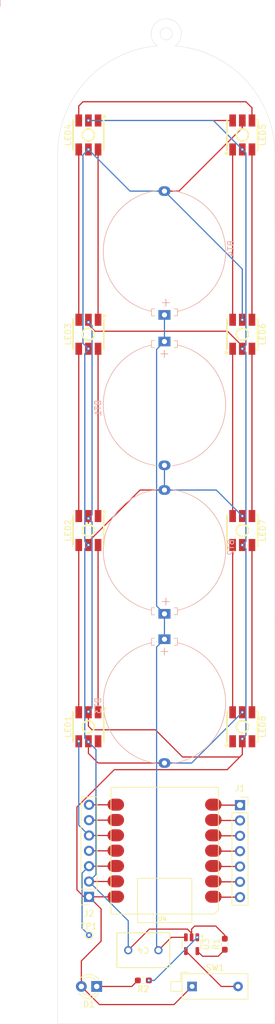
<source format=kicad_pcb>
(kicad_pcb (version 20240108) (generator "pcbnew") (generator_version "8.0")
  (layers (0 "F.Cu" signal) (31 "B.Cu" signal) (34 "B.Paste" user) (35 "F.Paste" user) (36 "B.SilkS" user "B.Silkscreen") (37 "F.SilkS" user "F.Silkscreen") (38 "B.Mask" user) (39 "F.Mask" user) (44 "Edge.Cuts" user))
  (net 0 "")
  (net 1 "GND")
  (net 2 "+BATT")
  (net 3 "VBUS")
  (net 4 "Net-(D1-K)")
  (net 5 "Net-(J1-Pin_2)")
  (net 6 "Net-(J1-Pin_1)")
  (net 7 "Net-(J1-Pin_5)")
  (net 8 "Net-(J1-Pin_6)")
  (net 9 "Net-(J1-Pin_4)")
  (net 10 "Net-(J1-Pin_7)")
  (net 11 "Net-(J1-Pin_3)")
  (net 12 "Net-(J2-Pin_4)")
  (net 13 "Net-(J2-Pin_6)")
  (net 14 "LED")
  (net 15 "Net-(J2-Pin_7)")
  (net 16 "+3.3V")
  (net 17 "Net-(U3-PROG)")
  (net 18 "Net-(U3-STAT)")
  (net 19 "Net-(U3-V_{DD})")
  (net 21 "Net-(LED1-DO)")
  (net 22 "Net-(LED1-BO)")
  (net 23 "Net-(LED2-DO)")
  (net 24 "Net-(LED2-BO)")
  (net 25 "Net-(LED3-BO)")
  (net 26 "Net-(LED3-DO)")
  (net 27 "Net-(LED4-BO)")
  (net 28 "Net-(LED4-DO)")
  (net 29 "Net-(LED5-DO)")
  (net 30 "Net-(LED5-BO)")
  (net 31 "Net-(LED6-BO)")
  (net 32 "Net-(LED6-DO)")
  (net 33 "Net-(LED7-BO)")
  (net 34 "Net-(LED7-DO)")
  (footprint "Resistor_SMD:R_0603_1608Metric_Pad0.98x0.95mm_HandSolder" (layer "F.Cu") (at 125.2 187.3 180)
    (property "Reference" "R2" (at 0 -1.43 0) (layer "F.SilkS"))
    (property "Value" "1k")
    (fp_line (start -0.254724 0.5225) (end 0.254724 0.5225) (stroke (width 0.12)) (layer "F.SilkS"))
    (fp_line (start -0.254724 -0.5225) (end 0.254724 -0.5225) (stroke (width 0.12)) (layer "F.SilkS"))
    (pad "1" smd roundrect (at -0.9125 0 180) (size 0.975 0.95) (layers "F.Cu" "F.Paste" "F.Mask") (net 18 "Net-(U3-STAT)"))
    (pad "2" smd roundrect (at 0.9125 0 180) (size 0.975 0.95) (layers "F.Cu" "F.Paste" "F.Mask") (net 4 "Net-(D1-K)"))
  )
  (footprint "LED_THT:LED_D3.0mm_Clear" (layer "F.Cu") (at 117.47 188.3 180)
    (property "Reference" "D1" (at 1.27 -2.96 0) (layer "F.SilkS"))
    (property "Value" "LED")
    (fp_line (start -0.29 1.08) (end -0.29 1.236) (stroke (width 0.12)) (layer "F.SilkS"))
    (fp_line (start -0.29 -1.236) (end -0.29 -1.08) (stroke (width 0.12)) (layer "F.SilkS"))
    (fp_arc (start 2.941397 1.080061) (mid 1.365624 1.987701) (end -0.29 1.235516) (stroke (width 0.12)) (layer "F.SilkS"))
    (fp_arc (start 2.31091 1.080049) (mid 1.269965 1.5) (end 0.229039 1.08) (stroke (width 0.12)) (layer "F.SilkS"))
    (fp_arc (start 0.229039 -1.08) (mid 1.269965 -1.5) (end 2.31091 -1.080049) (stroke (width 0.12)) (layer "F.SilkS"))
    (fp_arc (start -0.29 -1.235516) (mid 1.365624 -1.987701) (end 2.941397 -1.080061) (stroke (width 0.12)) (layer "F.SilkS"))
    (pad "1" thru_hole rect (at 0 0 180) (size 1.8 1.8) (drill 0.9) (layers "*.Cu" "*.Mask") (net 4 "Net-(D1-K)"))
    (pad "2" thru_hole circle (at 2.54 0 180) (size 1.8 1.8) (drill 0.9) (layers "*.Cu" "*.Mask") (net 3 "VBUS"))
  )
  (footprint "yoda:LED-SMD_6P-L5.4-W5.0-BR_WS2813C-V3" (layer "F.Cu") (at 141.6 112.8 -90)
    (property "Reference" "LED7" (at 0 -3.367 90) (layer "F.SilkS"))
    (property "Value" "WS2813C-V3")
    (fp_line (start -2.54 2.54) (end 2.54 2.54) (stroke (width 0.254)) (layer "F.SilkS"))
    (fp_line (start 2.54 2.54) (end 2.54 2.413) (stroke (width 0.254)) (layer "F.SilkS"))
    (fp_line (start -2.54 2.3815) (end -2.54 2.54) (stroke (width 0.254)) (layer "F.SilkS"))
    (fp_line (start -2.54 -2.381) (end -2.54 -2.54) (stroke (width 0.254)) (layer "F.SilkS"))
    (fp_line (start -2.54 -2.54) (end 2.54 -2.54) (stroke (width 0.254)) (layer "F.SilkS"))
    (fp_line (start 2.54 -2.54) (end 2.54 -2.381) (stroke (width 0.254)) (layer "F.SilkS"))
    (fp_circle (center 3.048 2.667) (end 3.19 2.667) (stroke (width 0.284)) (fill none) (layer "F.SilkS"))
    (fp_circle (center 0 0) (end 1 0) (stroke (width 0.254)) (fill none) (layer "F.SilkS"))
    (pad "1" smd rect (at 2.4 1.6) (size 1.1 2) (layers "F.Cu" "F.Paste" "F.Mask") (net 33 "Net-(LED7-BO)"))
    (pad "2" smd rect (at 2.4 0) (size 1.1 2) (layers "F.Cu" "F.Paste" "F.Mask") (net 3 "VBUS"))
    (pad "3" smd rect (at 2.4 -1.6) (size 1.1 2) (layers "F.Cu" "F.Paste" "F.Mask") (net 34 "Net-(LED7-DO)"))
    (pad "4" smd rect (at -2.4 -1.6) (size 1.1 2) (layers "F.Cu" "F.Paste" "F.Mask") (net 32 "Net-(LED6-DO)"))
    (pad "5" smd rect (at -2.4 0) (size 1.1 2) (layers "F.Cu" "F.Paste" "F.Mask") (net 1 "GND"))
    (pad "6" smd rect (at -2.4 1.6) (size 1.1 2) (layers "F.Cu" "F.Paste" "F.Mask") (net 31 "Net-(LED6-BO)"))
  )
  (footprint "xiao:MOUDLE14P-SMD-2.54-21X17.8MM" (layer "F.Cu") (at 137.6355 155.313129 180)
    (property "Reference" "U4" (at 9.3345 -21.7805 0) (layer "F.SilkS") (effects (font (size 0.7 0.7))))
    (property "Value" "MOUDLE-SEEEDUINO-XIAO-ESP32C3")
    (fp_line (start 17.8 0) (end 17.8 -21) (stroke (width 0.127)) (layer "F.SilkS"))
    (fp_line (start 17.8 -21) (end 0.671541 -21) (stroke (width 0.127)) (layer "F.SilkS"))
    (fp_line (start 13.395 -15.072) (end 4.396 -15.072) (stroke (width 0.127)) (layer "F.SilkS"))
    (fp_line (start 13.395 -22.424) (end 13.395 -15.072) (stroke (width 0.127)) (layer "F.SilkS"))
    (fp_line (start 4.4 -22.424) (end 13.395 -22.424) (stroke (width 0.127)) (layer "F.SilkS"))
    (fp_line (start 4.396 -15.072) (end 4.396 -22.425) (stroke (width 0.127)) (layer "F.SilkS"))
    (fp_line (start 0.671541 -21) (end 0 -20.3285) (stroke (width 0.127)) (layer "F.SilkS"))
    (fp_line (start 0 0) (end 17.8 0) (stroke (width 0.127)) (layer "F.SilkS"))
    (fp_line (start 0 -20.3285) (end 0 0) (stroke (width 0.127)) (layer "F.SilkS"))
    (pad "1" smd roundrect (at 0.835 -18.12 180) (size 2.75 2) (layers "F.Cu" "F.Paste" "F.Mask") (roundrect_rratio 0.5) (net 10 "Net-(J1-Pin_7)"))
    (pad "2" smd roundrect (at 0.835 -15.58 180) (size 2.75 2) (layers "F.Cu" "F.Paste" "F.Mask") (roundrect_rratio 0.5) (net 8 "Net-(J1-Pin_6)"))
    (pad "3" smd roundrect (at 0.835 -13.04 180) (size 2.75 2) (layers "F.Cu" "F.Paste" "F.Mask") (roundrect_rratio 0.5) (net 7 "Net-(J1-Pin_5)"))
    (pad "4" smd roundrect (at 0.835 -10.5 180) (size 2.75 2) (layers "F.Cu" "F.Paste" "F.Mask") (roundrect_rratio 0.5) (net 9 "Net-(J1-Pin_4)"))
    (pad "5" smd roundrect (at 0.835 -7.96 180) (size 2.75 2) (layers "F.Cu" "F.Paste" "F.Mask") (roundrect_rratio 0.5) (net 11 "Net-(J1-Pin_3)"))
    (pad "6" smd roundrect (at 0.835 -5.42 180) (size 2.75 2) (layers "F.Cu" "F.Paste" "F.Mask") (roundrect_rratio 0.5) (net 5 "Net-(J1-Pin_2)"))
    (pad "7" smd roundrect (at 0.835 -2.88 180) (size 2.75 2) (layers "F.Cu" "F.Paste" "F.Mask") (roundrect_rratio 0.5) (net 6 "Net-(J1-Pin_1)"))
    (pad "8" smd roundrect (at 17 -2.88 180) (size 2.75 2) (layers "F.Cu" "F.Paste" "F.Mask") (roundrect_rratio 0.5) (net 15 "Net-(J2-Pin_7)"))
    (pad "9" smd roundrect (at 17 -5.42 180) (size 2.75 2) (layers "F.Cu" "F.Paste" "F.Mask") (roundrect_rratio 0.5) (net 13 "Net-(J2-Pin_6)"))
    (pad "10" smd roundrect (at 17 -7.96 180) (size 2.75 2) (layers "F.Cu" "F.Paste" "F.Mask") (roundrect_rratio 0.5) (net 14 "LED"))
    (pad "11" smd roundrect (at 17 -10.5 180) (size 2.75 2) (layers "F.Cu" "F.Paste" "F.Mask") (roundrect_rratio 0.5) (net 12 "Net-(J2-Pin_4)"))
    (pad "12" smd roundrect (at 17 -13.04 180) (size 2.75 2) (layers "F.Cu" "F.Paste" "F.Mask") (roundrect_rratio 0.5) (net 16 "+3.3V"))
    (pad "13" smd roundrect (at 17 -15.58 180) (size 2.75 2) (layers "F.Cu" "F.Paste" "F.Mask") (roundrect_rratio 0.5) (net 1 "GND"))
    (pad "14" smd roundrect (at 17 -18.12 180) (size 2.75 2) (layers "F.Cu" "F.Paste" "F.Mask") (roundrect_rratio 0.5) (net 3 "VBUS"))
  )
  (footprint "yoda:LED-SMD_6P-L5.4-W5.0-BR_WS2813C-V3" (layer "F.Cu") (at 116.1 145.3 90)
    (property "Reference" "LED1" (at 0 -3.367 90) (layer "F.SilkS"))
    (property "Value" "WS2813C-V3")
    (fp_line (start 2.54 -2.54) (end 2.54 -2.381) (stroke (width 0.254)) (layer "F.SilkS"))
    (fp_line (start -2.54 -2.54) (end 2.54 -2.54) (stroke (width 0.254)) (layer "F.SilkS"))
    (fp_line (start -2.54 -2.381) (end -2.54 -2.54) (stroke (width 0.254)) (layer "F.SilkS"))
    (fp_line (start -2.54 2.3815) (end -2.54 2.54) (stroke (width 0.254)) (layer "F.SilkS"))
    (fp_line (start 2.54 2.54) (end 2.54 2.413) (stroke (width 0.254)) (layer "F.SilkS"))
    (fp_line (start -2.54 2.54) (end 2.54 2.54) (stroke (width 0.254)) (layer "F.SilkS"))
    (fp_circle (center 0 0) (end 1 0) (stroke (width 0.254)) (fill none) (layer "F.SilkS"))
    (fp_circle (center 3.048 2.667) (end 3.19 2.667) (stroke (width 0.284)) (fill none) (layer "F.SilkS"))
    (pad "1" smd rect (at 2.4 1.6 180) (size 1.1 2) (layers "F.Cu" "F.Paste" "F.Mask") (net 22 "Net-(LED1-BO)"))
    (pad "2" smd rect (at 2.4 0 180) (size 1.1 2) (layers "F.Cu" "F.Paste" "F.Mask") (net 3 "VBUS"))
    (pad "3" smd rect (at 2.4 -1.6 180) (size 1.1 2) (layers "F.Cu" "F.Paste" "F.Mask") (net 21 "Net-(LED1-DO)"))
    (pad "4" smd rect (at -2.4 -1.6 180) (size 1.1 2) (layers "F.Cu" "F.Paste" "F.Mask") (net 14 "LED"))
    (pad "5" smd rect (at -2.4 0 180) (size 1.1 2) (layers "F.Cu" "F.Paste" "F.Mask") (net 1 "GND"))
    (pad "6" smd rect (at -2.4 1.6 180) (size 1.1 2) (layers "F.Cu" "F.Paste" "F.Mask"))
  )
  (footprint "Connector_PinSocket_2.54mm:PinSocket_1x07_P2.54mm_Vertical" (layer "F.Cu") (at 141.218 158.272379)
    (property "Reference" "J1" (at 0 -2.77 0) (layer "F.SilkS"))
    (property "Value" "Conn_01x07")
    (fp_line (start -1.33 1.27) (end -1.33 16.57) (stroke (width 0.12)) (layer "F.SilkS"))
    (fp_line (start -1.33 1.27) (end 1.33 1.27) (stroke (width 0.12)) (layer "F.SilkS"))
    (fp_line (start -1.33 16.57) (end 1.33 16.57) (stroke (width 0.12)) (layer "F.SilkS"))
    (fp_line (start 0 -1.33) (end 1.33 -1.33) (stroke (width 0.12)) (layer "F.SilkS"))
    (fp_line (start 1.33 -1.33) (end 1.33 0) (stroke (width 0.12)) (layer "F.SilkS"))
    (fp_line (start 1.33 1.27) (end 1.33 16.57) (stroke (width 0.12)) (layer "F.SilkS"))
    (pad "1" thru_hole rect (at 0 0) (size 1.7 1.7) (drill 1) (layers "*.Cu" "*.Mask") (net 6 "Net-(J1-Pin_1)"))
    (pad "2" thru_hole oval (at 0 2.54) (size 1.7 1.7) (drill 1) (layers "*.Cu" "*.Mask") (net 5 "Net-(J1-Pin_2)"))
    (pad "3" thru_hole oval (at 0 5.08) (size 1.7 1.7) (drill 1) (layers "*.Cu" "*.Mask") (net 11 "Net-(J1-Pin_3)"))
    (pad "4" thru_hole oval (at 0 7.62) (size 1.7 1.7) (drill 1) (layers "*.Cu" "*.Mask") (net 9 "Net-(J1-Pin_4)"))
    (pad "5" thru_hole oval (at 0 10.16) (size 1.7 1.7) (drill 1) (layers "*.Cu" "*.Mask") (net 7 "Net-(J1-Pin_5)"))
    (pad "6" thru_hole oval (at 0 12.7) (size 1.7 1.7) (drill 1) (layers "*.Cu" "*.Mask") (net 8 "Net-(J1-Pin_6)"))
    (pad "7" thru_hole oval (at 0 15.24) (size 1.7 1.7) (drill 1) (layers "*.Cu" "*.Mask") (net 10 "Net-(J1-Pin_7)"))
  )
  (footprint "Connector_PinSocket_2.54mm:PinSocket_1x07_P2.54mm_Vertical" (layer "F.Cu") (at 116.2 173.46 180)
    (property "Reference" "J2" (at 0 -2.77 0) (layer "F.SilkS"))
    (property "Value" "Conn_01x07")
    (fp_line (start 1.33 1.27) (end 1.33 16.57) (stroke (width 0.12)) (layer "F.SilkS"))
    (fp_line (start 1.33 -1.33) (end 1.33 0) (stroke (width 0.12)) (layer "F.SilkS"))
    (fp_line (start 0 -1.33) (end 1.33 -1.33) (stroke (width 0.12)) (layer "F.SilkS"))
    (fp_line (start -1.33 16.57) (end 1.33 16.57) (stroke (width 0.12)) (layer "F.SilkS"))
    (fp_line (start -1.33 1.27) (end 1.33 1.27) (stroke (width 0.12)) (layer "F.SilkS"))
    (fp_line (start -1.33 1.27) (end -1.33 16.57) (stroke (width 0.12)) (layer "F.SilkS"))
    (pad "1" thru_hole rect (at 0 0 180) (size 1.7 1.7) (drill 1) (layers "*.Cu" "*.Mask") (net 3 "VBUS"))
    (pad "2" thru_hole oval (at 0 2.54 180) (size 1.7 1.7) (drill 1) (layers "*.Cu" "*.Mask") (net 1 "GND"))
    (pad "3" thru_hole oval (at 0 5.08 180) (size 1.7 1.7) (drill 1) (layers "*.Cu" "*.Mask") (net 16 "+3.3V"))
    (pad "4" thru_hole oval (at 0 7.62 180) (size 1.7 1.7) (drill 1) (layers "*.Cu" "*.Mask") (net 12 "Net-(J2-Pin_4)"))
    (pad "5" thru_hole oval (at 0 10.16 180) (size 1.7 1.7) (drill 1) (layers "*.Cu" "*.Mask") (net 14 "LED"))
    (pad "6" thru_hole oval (at 0 12.7 180) (size 1.7 1.7) (drill 1) (layers "*.Cu" "*.Mask") (net 13 "Net-(J2-Pin_6)"))
    (pad "7" thru_hole oval (at 0 15.24 180) (size 1.7 1.7) (drill 1) (layers "*.Cu" "*.Mask") (net 15 "Net-(J2-Pin_7)"))
  )
  (footprint "yoda:LED-SMD_6P-L5.4-W5.0-BR_WS2813C-V3" (layer "F.Cu") (at 141.6 47.3 -90)
    (property "Reference" "LED5" (at 0 -3.367 90) (layer "F.SilkS"))
    (property "Value" "WS2813C-V3")
    (fp_line (start -2.54 2.54) (end 2.54 2.54) (stroke (width 0.254)) (layer "F.SilkS"))
    (fp_line (start 2.54 2.54) (end 2.54 2.413) (stroke (width 0.254)) (layer "F.SilkS"))
    (fp_line (start -2.54 2.3815) (end -2.54 2.54) (stroke (width 0.254)) (layer "F.SilkS"))
    (fp_line (start -2.54 -2.381) (end -2.54 -2.54) (stroke (width 0.254)) (layer "F.SilkS"))
    (fp_line (start -2.54 -2.54) (end 2.54 -2.54) (stroke (width 0.254)) (layer "F.SilkS"))
    (fp_line (start 2.54 -2.54) (end 2.54 -2.381) (stroke (width 0.254)) (layer "F.SilkS"))
    (fp_circle (center 3.048 2.667) (end 3.19 2.667) (stroke (width 0.284)) (fill none) (layer "F.SilkS"))
    (fp_circle (center 0 0) (end 1 0) (stroke (width 0.254)) (fill none) (layer "F.SilkS"))
    (pad "1" smd rect (at 2.4 1.6) (size 1.1 2) (layers "F.Cu" "F.Paste" "F.Mask") (net 30 "Net-(LED5-BO)"))
    (pad "2" smd rect (at 2.4 0) (size 1.1 2) (layers "F.Cu" "F.Paste" "F.Mask") (net 3 "VBUS"))
    (pad "3" smd rect (at 2.4 -1.6) (size 1.1 2) (layers "F.Cu" "F.Paste" "F.Mask") (net 29 "Net-(LED5-DO)"))
    (pad "4" smd rect (at -2.4 -1.6) (size 1.1 2) (layers "F.Cu" "F.Paste" "F.Mask") (net 28 "Net-(LED4-DO)"))
    (pad "5" smd rect (at -2.4 0) (size 1.1 2) (layers "F.Cu" "F.Paste" "F.Mask") (net 1 "GND"))
    (pad "6" smd rect (at -2.4 1.6) (size 1.1 2) (layers "F.Cu" "F.Paste" "F.Mask") (net 27 "Net-(LED4-BO)"))
  )
  (footprint "Package_TO_SOT_SMD:SOT-23-5" (layer "F.Cu") (at 133.2 181.3 -90)
    (property "Reference" "U3" (at 0 -2.4 90) (layer "F.SilkS"))
    (property "Value" "MCP73831-2-OT")
    (fp_line (start 0 1.56) (end -0.8 1.56) (stroke (width 0.12)) (layer "F.SilkS"))
    (fp_line (start 0 1.56) (end 0.8 1.56) (stroke (width 0.12)) (layer "F.SilkS"))
    (fp_line (start 0 -1.56) (end -0.8 -1.56) (stroke (width 0.12)) (layer "F.SilkS"))
    (fp_line (start 0 -1.56) (end 0.8 -1.56) (stroke (width 0.12)) (layer "F.SilkS"))
    (fp_poly (pts (xy -1.3 -1.51) (xy -1.54 -1.84) (xy -1.06 -1.84) (xy -1.3 -1.51)) (stroke (width 0.12)) (fill solid) (layer "F.SilkS"))
    (pad "1" smd roundrect (at -1.1375 -0.95 270) (size 1.325 0.6) (layers "F.Cu" "F.Paste" "F.Mask") (net 18 "Net-(U3-STAT)"))
    (pad "2" smd roundrect (at -1.1375 0 270) (size 1.325 0.6) (layers "F.Cu" "F.Paste" "F.Mask") (net 1 "GND"))
    (pad "3" smd roundrect (at -1.1375 0.95 270) (size 1.325 0.6) (layers "F.Cu" "F.Paste" "F.Mask") (net 2 "+BATT"))
    (pad "4" smd roundrect (at 1.1375 0.95 270) (size 1.325 0.6) (layers "F.Cu" "F.Paste" "F.Mask") (net 19 "Net-(U3-V_{DD})"))
    (pad "5" smd roundrect (at 1.1375 -0.95 270) (size 1.325 0.6) (layers "F.Cu" "F.Paste" "F.Mask") (net 17 "Net-(U3-PROG)"))
  )
  (footprint "TestPoint:TestPoint_THTPad_D1.0mm_Drill0.5mm" (layer "F.Cu") (at 116.2 179.8)
    (property "Reference" "TP1" (at 0 -1.448 0) (layer "F.SilkS"))
    (property "Value" "TestPoint")
    (fp_circle (center 0 0) (end 0 0.7) (stroke (width 0.12)) (fill none) (layer "F.SilkS"))
    (pad "1" thru_hole circle (at 0 0) (size 1 1) (drill 0.5) (layers "*.Cu" "*.Mask") (net 16 "+3.3V"))
  )
  (footprint "Button_Switch_THT:SW_DIP_SPSTx01_Piano_10.8x4.1mm_W7.62mm_P2.54mm" (layer "F.Cu") (at 133.275 188.3)
    (property "Reference" "SW1" (at 3.81 -3.11 0) (layer "F.SilkS"))
    (property "Value" "SW_DIP_x01")
    (fp_line (start -3.51 -0.81) (end -3.51 0.81) (stroke (width 0.12)) (layer "F.SilkS"))
    (fp_line (start -3.51 -0.81) (end -1.65 -0.81) (stroke (width 0.12)) (layer "F.SilkS"))
    (fp_line (start -3.51 0.81) (end -1.65 0.81) (stroke (width 0.12)) (layer "F.SilkS"))
    (fp_line (start -1.89 -2.35) (end -1.89 -0.967) (stroke (width 0.12)) (layer "F.SilkS"))
    (fp_line (start -1.89 -2.35) (end -0.507 -2.35) (stroke (width 0.12)) (layer "F.SilkS"))
    (fp_line (start -1.65 -2.11) (end -1.65 2.11) (stroke (width 0.12)) (layer "F.SilkS"))
    (fp_line (start -1.65 -2.11) (end 9.27 -2.11) (stroke (width 0.12)) (layer "F.SilkS"))
    (fp_line (start -1.65 -0.81) (end -1.65 0.81) (stroke (width 0.12)) (layer "F.SilkS"))
    (fp_line (start -1.65 2.11) (end 9.27 2.11) (stroke (width 0.12)) (layer "F.SilkS"))
    (fp_line (start 9.27 -2.11) (end 9.27 2.11) (stroke (width 0.12)) (layer "F.SilkS"))
    (pad "1" thru_hole rect (at 0 0) (size 1.6 1.6) (drill 0.8) (layers "*.Cu" "*.Mask") (net 3 "VBUS"))
    (pad "2" thru_hole oval (at 7.62 0) (size 1.6 1.6) (drill 0.8) (layers "*.Cu" "*.Mask") (net 19 "Net-(U3-V_{DD})"))
  )
  (footprint "yoda:LED-SMD_6P-L5.4-W5.0-BR_WS2813C-V3" (layer "F.Cu") (at 141.6 145.3 -90)
    (property "Reference" "LED8" (at 0 -3.367 90) (layer "F.SilkS"))
    (property "Value" "WS2813C-V3")
    (fp_line (start -2.54 2.54) (end 2.54 2.54) (stroke (width 0.254)) (layer "F.SilkS"))
    (fp_line (start 2.54 2.54) (end 2.54 2.413) (stroke (width 0.254)) (layer "F.SilkS"))
    (fp_line (start -2.54 2.3815) (end -2.54 2.54) (stroke (width 0.254)) (layer "F.SilkS"))
    (fp_line (start -2.54 -2.381) (end -2.54 -2.54) (stroke (width 0.254)) (layer "F.SilkS"))
    (fp_line (start -2.54 -2.54) (end 2.54 -2.54) (stroke (width 0.254)) (layer "F.SilkS"))
    (fp_line (start 2.54 -2.54) (end 2.54 -2.381) (stroke (width 0.254)) (layer "F.SilkS"))
    (fp_circle (center 3.048 2.667) (end 3.19 2.667) (stroke (width 0.284)) (fill none) (layer "F.SilkS"))
    (fp_circle (center 0 0) (end 1 0) (stroke (width 0.254)) (fill none) (layer "F.SilkS"))
    (pad "1" smd rect (at 2.4 1.6) (size 1.1 2) (layers "F.Cu" "F.Paste" "F.Mask"))
    (pad "2" smd rect (at 2.4 0) (size 1.1 2) (layers "F.Cu" "F.Paste" "F.Mask") (net 3 "VBUS"))
    (pad "3" smd rect (at 2.4 -1.6) (size 1.1 2) (layers "F.Cu" "F.Paste" "F.Mask"))
    (pad "4" smd rect (at -2.4 -1.6) (size 1.1 2) (layers "F.Cu" "F.Paste" "F.Mask") (net 34 "Net-(LED7-DO)"))
    (pad "5" smd rect (at -2.4 0) (size 1.1 2) (layers "F.Cu" "F.Paste" "F.Mask") (net 1 "GND"))
    (pad "6" smd rect (at -2.4 1.6) (size 1.1 2) (layers "F.Cu" "F.Paste" "F.Mask") (net 33 "Net-(LED7-BO)"))
  )
  (footprint "yoda:LED-SMD_6P-L5.4-W5.0-BR_WS2813C-V3" (layer "F.Cu") (at 116.1 47.3 90)
    (property "Reference" "LED4" (at 0 -3.367 90) (layer "F.SilkS"))
    (property "Value" "WS2813C-V3")
    (fp_line (start 2.54 -2.54) (end 2.54 -2.381) (stroke (width 0.254)) (layer "F.SilkS"))
    (fp_line (start -2.54 -2.54) (end 2.54 -2.54) (stroke (width 0.254)) (layer "F.SilkS"))
    (fp_line (start -2.54 -2.381) (end -2.54 -2.54) (stroke (width 0.254)) (layer "F.SilkS"))
    (fp_line (start -2.54 2.3815) (end -2.54 2.54) (stroke (width 0.254)) (layer "F.SilkS"))
    (fp_line (start 2.54 2.54) (end 2.54 2.413) (stroke (width 0.254)) (layer "F.SilkS"))
    (fp_line (start -2.54 2.54) (end 2.54 2.54) (stroke (width 0.254)) (layer "F.SilkS"))
    (fp_circle (center 0 0) (end 1 0) (stroke (width 0.254)) (fill none) (layer "F.SilkS"))
    (fp_circle (center 3.048 2.667) (end 3.19 2.667) (stroke (width 0.284)) (fill none) (layer "F.SilkS"))
    (pad "1" smd rect (at 2.4 1.6 180) (size 1.1 2) (layers "F.Cu" "F.Paste" "F.Mask") (net 27 "Net-(LED4-BO)"))
    (pad "2" smd rect (at 2.4 0 180) (size 1.1 2) (layers "F.Cu" "F.Paste" "F.Mask") (net 3 "VBUS"))
    (pad "3" smd rect (at 2.4 -1.6 180) (size 1.1 2) (layers "F.Cu" "F.Paste" "F.Mask") (net 28 "Net-(LED4-DO)"))
    (pad "4" smd rect (at -2.4 -1.6 180) (size 1.1 2) (layers "F.Cu" "F.Paste" "F.Mask") (net 26 "Net-(LED3-DO)"))
    (pad "5" smd rect (at -2.4 0 180) (size 1.1 2) (layers "F.Cu" "F.Paste" "F.Mask") (net 1 "GND"))
    (pad "6" smd rect (at -2.4 1.6 180) (size 1.1 2) (layers "F.Cu" "F.Paste" "F.Mask") (net 25 "Net-(LED3-BO)"))
  )
  (footprint "yoda:LED-SMD_6P-L5.4-W5.0-BR_WS2813C-V3" (layer "F.Cu") (at 141.6 80.3 -90)
    (property "Reference" "LED6" (at 0 -3.367 90) (layer "F.SilkS"))
    (property "Value" "WS2813C-V3")
    (fp_line (start -2.54 2.54) (end 2.54 2.54) (stroke (width 0.254)) (layer "F.SilkS"))
    (fp_line (start 2.54 2.54) (end 2.54 2.413) (stroke (width 0.254)) (layer "F.SilkS"))
    (fp_line (start -2.54 2.3815) (end -2.54 2.54) (stroke (width 0.254)) (layer "F.SilkS"))
    (fp_line (start -2.54 -2.381) (end -2.54 -2.54) (stroke (width 0.254)) (layer "F.SilkS"))
    (fp_line (start -2.54 -2.54) (end 2.54 -2.54) (stroke (width 0.254)) (layer "F.SilkS"))
    (fp_line (start 2.54 -2.54) (end 2.54 -2.381) (stroke (width 0.254)) (layer "F.SilkS"))
    (fp_circle (center 3.048 2.667) (end 3.19 2.667) (stroke (width 0.284)) (fill none) (layer "F.SilkS"))
    (fp_circle (center 0 0) (end 1 0) (stroke (width 0.254)) (fill none) (layer "F.SilkS"))
    (pad "1" smd rect (at 2.4 1.6) (size 1.1 2) (layers "F.Cu" "F.Paste" "F.Mask") (net 31 "Net-(LED6-BO)"))
    (pad "2" smd rect (at 2.4 0) (size 1.1 2) (layers "F.Cu" "F.Paste" "F.Mask") (net 3 "VBUS"))
    (pad "3" smd rect (at 2.4 -1.6) (size 1.1 2) (layers "F.Cu" "F.Paste" "F.Mask") (net 32 "Net-(LED6-DO)"))
    (pad "4" smd rect (at -2.4 -1.6) (size 1.1 2) (layers "F.Cu" "F.Paste" "F.Mask") (net 29 "Net-(LED5-DO)"))
    (pad "5" smd rect (at -2.4 0) (size 1.1 2) (layers "F.Cu" "F.Paste" "F.Mask") (net 1 "GND"))
    (pad "6" smd rect (at -2.4 1.6) (size 1.1 2) (layers "F.Cu" "F.Paste" "F.Mask") (net 30 "Net-(LED5-BO)"))
  )
  (footprint "yoda:LED-SMD_6P-L5.4-W5.0-BR_WS2813C-V3" (layer "F.Cu") (at 116.1 112.8 90)
    (property "Reference" "LED2" (at 0 -3.367 90) (layer "F.SilkS"))
    (property "Value" "WS2813C-V3")
    (fp_line (start 2.54 -2.54) (end 2.54 -2.381) (stroke (width 0.254)) (layer "F.SilkS"))
    (fp_line (start -2.54 -2.54) (end 2.54 -2.54) (stroke (width 0.254)) (layer "F.SilkS"))
    (fp_line (start -2.54 -2.381) (end -2.54 -2.54) (stroke (width 0.254)) (layer "F.SilkS"))
    (fp_line (start -2.54 2.3815) (end -2.54 2.54) (stroke (width 0.254)) (layer "F.SilkS"))
    (fp_line (start 2.54 2.54) (end 2.54 2.413) (stroke (width 0.254)) (layer "F.SilkS"))
    (fp_line (start -2.54 2.54) (end 2.54 2.54) (stroke (width 0.254)) (layer "F.SilkS"))
    (fp_circle (center 0 0) (end 1 0) (stroke (width 0.254)) (fill none) (layer "F.SilkS"))
    (fp_circle (center 3.048 2.667) (end 3.19 2.667) (stroke (width 0.284)) (fill none) (layer "F.SilkS"))
    (pad "1" smd rect (at 2.4 1.6 180) (size 1.1 2) (layers "F.Cu" "F.Paste" "F.Mask") (net 24 "Net-(LED2-BO)"))
    (pad "2" smd rect (at 2.4 0 180) (size 1.1 2) (layers "F.Cu" "F.Paste" "F.Mask") (net 3 "VBUS"))
    (pad "3" smd rect (at 2.4 -1.6 180) (size 1.1 2) (layers "F.Cu" "F.Paste" "F.Mask") (net 23 "Net-(LED2-DO)"))
    (pad "4" smd rect (at -2.4 -1.6 180) (size 1.1 2) (layers "F.Cu" "F.Paste" "F.Mask") (net 21 "Net-(LED1-DO)"))
    (pad "5" smd rect (at -2.4 0 180) (size 1.1 2) (layers "F.Cu" "F.Paste" "F.Mask") (net 1 "GND"))
    (pad "6" smd rect (at -2.4 1.6 180) (size 1.1 2) (layers "F.Cu" "F.Paste" "F.Mask") (net 22 "Net-(LED1-BO)"))
  )
  (footprint "Resistor_SMD:R_0603_1608Metric_Pad0.98x0.95mm_HandSolder" (layer "F.Cu") (at 138.7 181.3 90)
    (property "Reference" "R1" (at 0 -1.43 90) (layer "F.SilkS"))
    (property "Value" "33k")
    (fp_line (start -0.254724 -0.5225) (end 0.254724 -0.5225) (stroke (width 0.12)) (layer "F.SilkS"))
    (fp_line (start -0.254724 0.5225) (end 0.254724 0.5225) (stroke (width 0.12)) (layer "F.SilkS"))
    (pad "1" smd roundrect (at -0.9125 0 90) (size 0.975 0.95) (layers "F.Cu" "F.Paste" "F.Mask") (net 17 "Net-(U3-PROG)"))
    (pad "2" smd roundrect (at 0.9125 0 90) (size 0.975 0.95) (layers "F.Cu" "F.Paste" "F.Mask") (net 1 "GND"))
  )
  (footprint "yoda:LED-SMD_6P-L5.4-W5.0-BR_WS2813C-V3" (layer "F.Cu") (at 116.1 80.3 90)
    (property "Reference" "LED3" (at 0 -3.367 90) (layer "F.SilkS"))
    (property "Value" "WS2813C-V3")
    (fp_line (start 2.54 -2.54) (end 2.54 -2.381) (stroke (width 0.254)) (layer "F.SilkS"))
    (fp_line (start -2.54 -2.54) (end 2.54 -2.54) (stroke (width 0.254)) (layer "F.SilkS"))
    (fp_line (start -2.54 -2.381) (end -2.54 -2.54) (stroke (width 0.254)) (layer "F.SilkS"))
    (fp_line (start -2.54 2.3815) (end -2.54 2.54) (stroke (width 0.254)) (layer "F.SilkS"))
    (fp_line (start 2.54 2.54) (end 2.54 2.413) (stroke (width 0.254)) (layer "F.SilkS"))
    (fp_line (start -2.54 2.54) (end 2.54 2.54) (stroke (width 0.254)) (layer "F.SilkS"))
    (fp_circle (center 0 0) (end 1 0) (stroke (width 0.254)) (fill none) (layer "F.SilkS"))
    (fp_circle (center 3.048 2.667) (end 3.19 2.667) (stroke (width 0.284)) (fill none) (layer "F.SilkS"))
    (pad "1" smd rect (at 2.4 1.6 180) (size 1.1 2) (layers "F.Cu" "F.Paste" "F.Mask") (net 25 "Net-(LED3-BO)"))
    (pad "2" smd rect (at 2.4 0 180) (size 1.1 2) (layers "F.Cu" "F.Paste" "F.Mask") (net 3 "VBUS"))
    (pad "3" smd rect (at 2.4 -1.6 180) (size 1.1 2) (layers "F.Cu" "F.Paste" "F.Mask") (net 26 "Net-(LED3-DO)"))
    (pad "4" smd rect (at -2.4 -1.6 180) (size 1.1 2) (layers "F.Cu" "F.Paste" "F.Mask") (net 23 "Net-(LED2-DO)"))
    (pad "5" smd rect (at -2.4 0 180) (size 1.1 2) (layers "F.Cu" "F.Paste" "F.Mask") (net 1 "GND"))
    (pad "6" smd rect (at -2.4 1.6 180) (size 1.1 2) (layers "F.Cu" "F.Paste" "F.Mask") (net 24 "Net-(LED2-BO)"))
  )
  (footprint "yoda:CAP_FA23_TDK" (layer "F.Cu") (at 127.7 182.3 180)
    (property "Reference" "C4" (at 2.5 0 180) (layer "F.SilkS"))
    (property "Value" "10uF")
    (fp_line (start 6.8815 2.8829) (end -1.8815 2.8829) (stroke (width 0.1524)) (layer "F.SilkS"))
    (fp_line (start 6.8815 -2.8829) (end 6.8815 2.8829) (stroke (width 0.1524)) (layer "F.SilkS"))
    (fp_line (start 6.8815 -2.8829) (end -1.8815 -2.8829) (stroke (width 0.1524)) (layer "F.SilkS"))
    (fp_line (start -1.8815 -2.8829) (end -1.8815 2.8829) (stroke (width 0.1524)) (layer "F.SilkS"))
    (pad "1" thru_hole circle (at 0 0 180) (size 1.3716 1.3716) (drill 0.8636) (layers "*.Cu" "*.Mask") (net 2 "+BATT"))
    (pad "2" thru_hole circle (at 5 0 180) (size 1.3716 1.3716) (drill 0.8636) (layers "*.Cu" "*.Mask") (net 1 "GND"))
  )
  (footprint "Battery:Battery_Panasonic_CR2032-HFN_Horizontal_CircularHoles" (layer "B.Cu") (at 128.700121 77.095 90)
    (property "Reference" "BT4" (at 11 11 90) (layer "B.SilkS") (effects (justify mirror)))
    (property "Value" "Battery_Cell")
    (fp_line (start 1 -2.15) (end -0.15 -2.15) (stroke (width 0.12)) (layer "B.SilkS"))
    (fp_line (start 1 -1.65) (end 1 -2.15) (stroke (width 0.12)) (layer "B.SilkS"))
    (fp_line (start -0.15 -1.65) (end -0.15 -2.15) (stroke (width 0.12)) (layer "B.SilkS"))
    (fp_line (start 1 1.65) (end 1 2.15) (stroke (width 0.12)) (layer "B.SilkS"))
    (fp_line (start -0.15 1.65) (end -0.15 2.15) (stroke (width 0.12)) (layer "B.SilkS"))
    (fp_line (start 1 2.15) (end -0.15 2.15) (stroke (width 0.12)) (layer "B.SilkS"))
    (fp_arc (start 0.59 -2.15) (mid 10.905879 -10.130166) (end 20.55 -1.35) (stroke (width 0.12)) (layer "B.SilkS"))
    (fp_arc (start 20.55 1.35) (mid 10.905879 10.130166) (end 0.59 2.15) (stroke (width 0.12)) (layer "B.SilkS"))
    (fp_text user "+" (at 2.032 0.127 90) (layer "B.SilkS") (effects (font (size 1.5 1.5)) (justify mirror)))
    (pad "1" thru_hole rect (at 0 0 90) (size 1.6 2) (drill 0.85) (layers "*.Cu" "*.Mask") (net 2 "+BATT"))
    (pad "2" thru_hole oval (at 20.5 0 90) (size 1.6 2) (drill 0.85) (layers "*.Cu" "*.Mask") (net 1 "GND"))
  )
  (footprint "Battery:Battery_Panasonic_CR2032-HFN_Horizontal_CircularHoles" (layer "B.Cu") (at 128.699879 81.505 -90)
    (property "Reference" "BT1" (at 11 11 90) (layer "B.SilkS") (effects (justify mirror)))
    (property "Value" "Battery_Cell")
    (fp_line (start 1 2.15) (end -0.15 2.15) (stroke (width 0.12)) (layer "B.SilkS"))
    (fp_line (start -0.15 1.65) (end -0.15 2.15) (stroke (width 0.12)) (layer "B.SilkS"))
    (fp_line (start 1 1.65) (end 1 2.15) (stroke (width 0.12)) (layer "B.SilkS"))
    (fp_line (start -0.15 -1.65) (end -0.15 -2.15) (stroke (width 0.12)) (layer "B.SilkS"))
    (fp_line (start 1 -1.65) (end 1 -2.15) (stroke (width 0.12)) (layer "B.SilkS"))
    (fp_line (start 1 -2.15) (end -0.15 -2.15) (stroke (width 0.12)) (layer "B.SilkS"))
    (fp_arc (start 20.55 1.35) (mid 10.905879 10.130166) (end 0.59 2.15) (stroke (width 0.12)) (layer "B.SilkS"))
    (fp_arc (start 0.59 -2.15) (mid 10.905879 -10.130166) (end 20.55 -1.35) (stroke (width 0.12)) (layer "B.SilkS"))
    (fp_text user "+" (at 2.032 0.127 90) (layer "B.SilkS") (effects (font (size 1.5 1.5)) (justify mirror)))
    (pad "1" thru_hole rect (at 0 0 270) (size 1.6 2) (drill 0.85) (layers "*.Cu" "*.Mask") (net 2 "+BATT"))
    (pad "2" thru_hole oval (at 20.5 0 270) (size 1.6 2) (drill 0.85) (layers "*.Cu" "*.Mask") (net 1 "GND"))
  )
  (footprint "Battery:Battery_Panasonic_CR2032-HFN_Horizontal_CircularHoles" (layer "B.Cu") (at 128.7 130.8 -90)
    (property "Reference" "BT3" (at 11 11 90) (layer "B.SilkS") (effects (justify mirror)))
    (property "Value" "Battery_Cell")
    (fp_line (start 1 2.15) (end -0.15 2.15) (stroke (width 0.12)) (layer "B.SilkS"))
    (fp_line (start -0.15 1.65) (end -0.15 2.15) (stroke (width 0.12)) (layer "B.SilkS"))
    (fp_line (start 1 1.65) (end 1 2.15) (stroke (width 0.12)) (layer "B.SilkS"))
    (fp_line (start -0.15 -1.65) (end -0.15 -2.15) (stroke (width 0.12)) (layer "B.SilkS"))
    (fp_line (start 1 -1.65) (end 1 -2.15) (stroke (width 0.12)) (layer "B.SilkS"))
    (fp_line (start 1 -2.15) (end -0.15 -2.15) (stroke (width 0.12)) (layer "B.SilkS"))
    (fp_arc (start 20.55 1.35) (mid 10.905879 10.130166) (end 0.59 2.15) (stroke (width 0.12)) (layer "B.SilkS"))
    (fp_arc (start 0.59 -2.15) (mid 10.905879 -10.130166) (end 20.55 -1.35) (stroke (width 0.12)) (layer "B.SilkS"))
    (fp_text user "+" (at 2.032 0.127 90) (layer "B.SilkS") (effects (font (size 1.5 1.5)) (justify mirror)))
    (pad "1" thru_hole rect (at 0 0 270) (size 1.6 2) (drill 0.85) (layers "*.Cu" "*.Mask") (net 2 "+BATT"))
    (pad "2" thru_hole oval (at 20.5 0 270) (size 1.6 2) (drill 0.85) (layers "*.Cu" "*.Mask") (net 1 "GND"))
  )
  (footprint "Battery:Battery_Panasonic_CR2032-HFN_Horizontal_CircularHoles" (layer "B.Cu") (at 128.700121 126.595 90)
    (property "Reference" "BT2" (at 11 11 90) (layer "B.SilkS") (effects (justify mirror)))
    (property "Value" "Battery_Cell")
    (fp_line (start 1 -2.15) (end -0.15 -2.15) (stroke (width 0.12)) (layer "B.SilkS"))
    (fp_line (start 1 -1.65) (end 1 -2.15) (stroke (width 0.12)) (layer "B.SilkS"))
    (fp_line (start -0.15 -1.65) (end -0.15 -2.15) (stroke (width 0.12)) (layer "B.SilkS"))
    (fp_line (start 1 1.65) (end 1 2.15) (stroke (width 0.12)) (layer "B.SilkS"))
    (fp_line (start -0.15 1.65) (end -0.15 2.15) (stroke (width 0.12)) (layer "B.SilkS"))
    (fp_line (start 1 2.15) (end -0.15 2.15) (stroke (width 0.12)) (layer "B.SilkS"))
    (fp_arc (start 0.59 -2.15) (mid 10.905879 -10.130166) (end 20.55 -1.35) (stroke (width 0.12)) (layer "B.SilkS"))
    (fp_arc (start 20.55 1.35) (mid 10.905879 10.130166) (end 0.59 2.15) (stroke (width 0.12)) (layer "B.SilkS"))
    (fp_text user "+" (at 2.032 0.127 90) (layer "B.SilkS") (effects (font (size 1.5 1.5)) (justify mirror)))
    (pad "1" thru_hole rect (at 0 0 90) (size 1.6 2) (drill 0.85) (layers "*.Cu" "*.Mask") (net 2 "+BATT"))
    (pad "2" thru_hole oval (at 20.5 0 90) (size 1.6 2) (drill 0.85) (layers "*.Cu" "*.Mask") (net 1 "GND"))
  )
  (gr_line (start 101.5 25) (end 101.5 26) (stroke (width 0.1)) (layer "B.SilkS"))
  (gr_arc (start 111 51) (mid 115.580993 38.492492) (end 127.504605 32.555257) (stroke (width 0.05)) (layer "Edge.Cuts"))
  (gr_arc (start 130.495419 32.554968) (mid 142.58611 38.681453) (end 146.979219 51.504059) (stroke (width 0.05)) (layer "Edge.Cuts"))
  (gr_line (start 147 194.5) (end 111 194.5) (stroke (width 0.05)) (layer "Edge.Cuts"))
  (gr_line (start 146.979219 51.504059) (end 147 194.5) (stroke (width 0.05)) (layer "Edge.Cuts"))
  (gr_arc (start 127.495419 32.554968) (mid 128.995419 28.054968) (end 130.495419 32.554968) (stroke (width 0.05)) (layer "Edge.Cuts"))
  (gr_circle (center 128.995419 30.554968) (end 128.995419 31.554968) (stroke (width 0.05)) (fill none) (layer "Edge.Cuts"))
  (gr_line (start 111 194.5) (end 111 51) (stroke (width 0.05)) (layer "Edge.Cuts"))
  (segment (start 117.7 151.3) (end 128.7 151.3) (width 0.2) (layer "F.Cu") (net 1))
  (segment (start 126.2 178.8) (end 122.7 182.3) (width 0.2) (layer "F.Cu") (net 1))
  (segment (start 116.1 115.2) (end 116.1 114.65) (width 0.2) (layer "F.Cu") (net 1))
  (segment (start 131.105 56.595) (end 141.6 46.1) (width 0.2) (layer "F.Cu") (net 1))
  (segment (start 138.7 179.8) (end 138.7 180.3875) (width 0.2) (layer "F.Cu") (net 1))
  (segment (start 137.2 178.3) (end 138.7 179.8) (width 0.2) (layer "F.Cu") (net 1))
  (segment (start 133.7 178.3) (end 137.2 178.3) (width 0.2) (layer "F.Cu") (net 1))
  (segment (start 128.700121 56.595) (end 131.105 56.595) (width 0.2) (layer "F.Cu") (net 1))
  (segment (start 116.1 147.8) (end 116.1 149.7) (width 0.2) (layer "F.Cu") (net 1))
  (segment (start 133.2 178.8) (end 133.7 178.3) (width 0.2) (layer "F.Cu") (net 1))
  (segment (start 133.2 180.1625) (end 133.2 178.8) (width 0.2) (layer "F.Cu") (net 1))
  (segment (start 141.6 46.1) (end 141.6 44.9) (width 0.2) (layer "F.Cu") (net 1))
  (segment (start 116.1 149.7) (end 117.7 151.3) (width 0.2) (layer "F.Cu") (net 1))
  (segment (start 124.655 106.095) (end 128.700121 106.095) (width 0.2) (layer "F.Cu") (net 1))
  (segment (start 133.2 179.500001) (end 132.499999 178.8) (width 0.2) (layer "F.Cu") (net 1))
  (segment (start 116.1 114.65) (end 124.655 106.095) (width 0.2) (layer "F.Cu") (net 1))
  (segment (start 133.2 180.1625) (end 133.2 179.500001) (width 0.2) (layer "F.Cu") (net 1))
  (segment (start 116.1 147.7) (end 116.1 147.8) (width 0.2) (layer "F.Cu") (net 1))
  (segment (start 132.499999 178.8) (end 126.2 178.8) (width 0.2) (layer "F.Cu") (net 1))
  (segment (start 120.608629 170.92) (end 116.2 170.92) (width 0.2) (layer "F.Cu") (net 1))
  (segment (start 120.6355 170.893129) (end 120.608629 170.92) (width 0.2) (layer "F.Cu") (net 1))
  (via (at 116.2 170.92) (size 0.6) (drill 0.3) (layers "F.Cu" "B.Cu") (net 1))
  (via (at 122.7 182.3) (size 0.6) (drill 0.3) (layers "F.Cu" "B.Cu") (net 1))
  (via (at 141.6 142.9) (size 0.6) (drill 0.3) (layers "F.Cu" "B.Cu") (net 1))
  (via (at 141.6 77.9) (size 0.6) (drill 0.3) (layers "F.Cu" "B.Cu") (net 1))
  (via (at 116.1 147.8) (size 0.6) (drill 0.3) (layers "F.Cu" "B.Cu") (net 1))
  (via (at 141.6 110.4) (size 0.6) (drill 0.3) (layers "F.Cu" "B.Cu") (net 1))
  (via (at 116.1 115.2) (size 0.6) (drill 0.3) (layers "F.Cu" "B.Cu") (net 1))
  (via (at 116.1 49.7) (size 0.6) (drill 0.3) (layers "F.Cu" "B.Cu") (net 1))
  (via (at 116.1 82.7) (size 0.6) (drill 0.3) (layers "F.Cu" "B.Cu") (net 1))
  (segment (start 115.5 147.2) (end 116.1 147.8) (width 0.2) (layer "B.Cu") (net 1))
  (segment (start 116.1 82.7) (end 116.2 82.8) (width 0.2) (layer "B.Cu") (net 1))
  (segment (start 115.2 81.8) (end 116.1 82.7) (width 0.2) (layer "B.Cu") (net 1))
  (segment (start 116.1 147.8) (end 117.35 149.05) (width 0.2) (layer "B.Cu") (net 1))
  (segment (start 115.5 115.8) (end 115.5 147.2) (width 0.2) (layer "B.Cu") (net 1))
  (segment (start 133.2 151.3) (end 141.6 142.9) (width 0.2) (layer "B.Cu") (net 1))
  (segment (start 115.7 115.6) (end 115.5 115.8) (width 0.2) (layer "B.Cu") (net 1))
  (segment (start 128.700121 105.300121) (end 128.699879 105.299879) (width 0.2) (layer "B.Cu") (net 1))
  (segment (start 116.1 49.7) (end 115.2 50.6) (width 0.2) (layer "B.Cu") (net 1))
  (segment (start 116.1 115.2) (end 115.7 115.6) (width 0.2) (layer "B.Cu") (net 1))
  (segment (start 115.2 50.6) (end 115.2 81.8) (width 0.2) (layer "B.Cu") (net 1))
  (segment (start 128.700121 106.095) (end 137.295 106.095) (width 0.2) (layer "B.Cu") (net 1))
  (segment (start 141.6 69.494879) (end 128.700121 56.595) (width 0.2) (layer "B.Cu") (net 1))
  (segment (start 122.7 182.3) (end 122.7 177.42) (width 0.2) (layer "B.Cu") (net 1))
  (segment (start 115.5 114.6) (end 116.1 115.2) (width 0.2) (layer "B.Cu") (net 1))
  (segment (start 115.5 83.5) (end 115.5 114.6) (width 0.2) (layer "B.Cu") (net 1))
  (segment (start 128.699879 105.299879) (end 128.699879 102.005) (width 0.2) (layer "B.Cu") (net 1))
  (segment (start 137.295 106.095) (end 141.6 110.4) (width 0.2) (layer "B.Cu") (net 1))
  (segment (start 122.7 177.42) (end 116.2 170.92) (width 0.2) (layer "B.Cu") (net 1))
  (segment (start 117.35 149.05) (end 117.35 169.77) (width 0.2) (layer "B.Cu") (net 1))
  (segment (start 128.700121 56.595) (end 122.995 56.595) (width 0.2) (layer "B.Cu") (net 1))
  (segment (start 116.2 82.8) (end 115.5 83.5) (width 0.2) (layer "B.Cu") (net 1))
  (segment (start 141.6 77.9) (end 141.6 69.494879) (width 0.2) (layer "B.Cu") (net 1))
  (segment (start 128.7 151.3) (end 133.2 151.3) (width 0.2) (layer "B.Cu") (net 1))
  (segment (start 128.700121 56.300121) (end 128.7 56.3) (width 0.2) (layer "B.Cu") (net 1))
  (segment (start 122.995 56.595) (end 116.1 49.7) (width 0.2) (layer "B.Cu") (net 1))
  (segment (start 128.700121 106.095) (end 128.700121 105.300121) (width 0.2) (layer "B.Cu") (net 1))
  (segment (start 128.700121 56.595) (end 128.700121 56.300121) (width 0.2) (layer "B.Cu") (net 1))
  (segment (start 117.35 169.77) (end 116.2 170.92) (width 0.2) (layer "B.Cu") (net 1))
  (segment (start 127.7 182.3) (end 129.8375 180.1625) (width 0.2) (layer "F.Cu") (net 2))
  (segment (start 129.8375 180.1625) (end 132.25 180.1625) (width 0.2) (layer "F.Cu") (net 2))
  (segment (start 128.700121 81.504758) (end 128.699879 81.505) (width 0.2) (layer "F.Cu") (net 2))
  (segment (start 127.399879 82.805) (end 127.399879 125.294758) (width 0.2) (layer "B.Cu") (net 2))
  (segment (start 128.700121 130.299879) (end 128.700121 126.595) (width 0.2) (layer "B.Cu") (net 2))
  (segment (start 128.7 130.8) (end 127.4 132.1) (width 0.2) (layer "B.Cu") (net 2))
  (segment (start 128.7 130.3) (end 128.700121 130.299879) (width 0.2) (layer "B.Cu") (net 2))
  (segment (start 128.700121 81.504758) (end 128.699879 81.505) (width 0.2) (layer "B.Cu") (net 2))
  (segment (start 128.700121 77.095) (end 128.700121 81.504758) (width 0.2) (layer "B.Cu") (net 2))
  (segment (start 127.4 182) (end 127.7 182.3) (width 0.2) (layer "B.Cu") (net 2))
  (segment (start 128.7 130.8) (end 128.7 130.3) (width 0.2) (layer "B.Cu") (net 2))
  (segment (start 127.399879 125.294758) (end 128.700121 126.595) (width 0.2) (layer "B.Cu") (net 2))
  (segment (start 128.699879 81.505) (end 127.399879 82.805) (width 0.2) (layer "B.Cu") (net 2))
  (segment (start 127.4 132.1) (end 127.4 182) (width 0.2) (layer "B.Cu") (net 2))
  (segment (start 141.6 147.25) (end 141.6 147.3) (width 0.2) (layer "F.Cu") (net 3))
  (segment (start 141.6 147.7) (end 141.6 149.9) (width 0.2) (layer "F.Cu") (net 3))
  (segment (start 120.393654 152.4) (end 139.1 152.4) (width 0.2) (layer "F.Cu") (net 3))
  (segment (start 114.2 172.3) (end 114.2 158.593654) (width 0.2) (layer "F.Cu") (net 3))
  (segment (start 130.275 191.3) (end 133.275 188.3) (width 0.2) (layer "F.Cu") (net 3))
  (segment (start 141.6 147.3) (end 141.6 147.7) (width 0.2) (layer "F.Cu") (net 3))
  (segment (start 127.2 145.8) (end 116.7 145.8) (width 0.2) (layer "F.Cu") (net 3))
  (segment (start 141.6 114.75) (end 141.6 115.2) (width 0.2) (layer "F.Cu") (net 3))
  (segment (start 116.2 173.46) (end 120.608629 173.46) (width 0.2) (layer "F.Cu") (net 3))
  (segment (start 117.2 79.8) (end 139.15 79.8) (width 0.2) (layer "F.Cu") (net 3))
  (segment (start 117.93 191.3) (end 130.275 191.3) (width 0.2) (layer "F.Cu") (net 3))
  (segment (start 116.1 77.9) (end 116.1 78.3) (width 0.2) (layer "F.Cu") (net 3))
  (segment (start 118.2 180.8) (end 118.2 175.46) (width 0.2) (layer "F.Cu") (net 3))
  (segment (start 116.1 110.8) (end 116.1 111.7) (width 0.2) (layer "F.Cu") (net 3))
  (segment (start 114.2 158.593654) (end 120.393654 152.4) (width 0.2) (layer "F.Cu") (net 3))
  (segment (start 120.608629 173.46) (end 120.6355 173.433129) (width 0.2) (layer "F.Cu") (net 3))
  (segment (start 116.1 110.4) (end 116.1 110.8) (width 0.2) (layer "F.Cu") (net 3))
  (segment (start 116.7 145.8) (end 116.1 145.2) (width 0.2) (layer "F.Cu") (net 3))
  (segment (start 116.1 78.3) (end 116.1 78.7) (width 0.2) (layer "F.Cu") (net 3))
  (segment (start 141.2 150.3) (end 131.7 150.3) (width 0.2) (layer "F.Cu") (net 3))
  (segment (start 114.93 188.3) (end 117.93 191.3) (width 0.2) (layer "F.Cu") (net 3))
  (segment (start 114.93 188.3) (end 114.93 184.07) (width 0.2) (layer "F.Cu") (net 3))
  (segment (start 131.7 150.3) (end 127.2 145.8) (width 0.2) (layer "F.Cu") (net 3))
  (segment (start 141.6 149.9) (end 141.6 147.3) (width 0.2) (layer "F.Cu") (net 3))
  (segment (start 118.2 175.46) (end 116.2 173.46) (width 0.2) (layer "F.Cu") (net 3))
  (segment (start 141.6 82.25) (end 141.6 82.7) (width 0.2) (layer "F.Cu") (net 3))
  (segment (start 116.2 173.46) (end 115.36 173.46) (width 0.2) (layer "F.Cu") (net 3))
  (segment (start 139.1 152.4) (end 141.6 149.9) (width 0.2) (layer "F.Cu") (net 3))
  (segment (start 141.6 149.9) (end 141.2 150.3) (width 0.2) (layer "F.Cu") (net 3))
  (segment (start 116.1 78.7) (end 117.2 79.8) (width 0.2) (layer "F.Cu") (net 3))
  (segment (start 116.1 142.9) (end 116.1 142.8) (width 0.2) (layer "F.Cu") (net 3))
  (segment (start 116.1 145.2) (end 116.1 142.9) (width 0.2) (layer "F.Cu") (net 3))
  (segment (start 115.36 173.46) (end 114.2 172.3) (width 0.2) (layer "F.Cu") (net 3))
  (segment (start 114.93 184.07) (end 118.2 180.8) (width 0.2) (layer "F.Cu") (net 3))
  (segment (start 139.15 79.8) (end 141.6 82.25) (width 0.2) (layer "F.Cu") (net 3))
  (via (at 141.6 82.7) (size 0.6) (drill 0.3) (layers "F.Cu" "B.Cu") (net 3))
  (via (at 116.1 44.9) (size 0.6) (drill 0.3) (layers "F.Cu" "B.Cu") (net 3))
  (via (at 116.1 142.8) (size 0.6) (drill 0.3) (layers "F.Cu" "B.Cu") (net 3))
  (via (at 116.1 110.8) (size 0.6) (drill 0.3) (layers "F.Cu" "B.Cu") (net 3))
  (via (at 116.2 173.46) (size 0.6) (drill 0.3) (layers "F.Cu" "B.Cu") (net 3))
  (via (at 116.1 78.3) (size 0.6) (drill 0.3) (layers "F.Cu" "B.Cu") (net 3))
  (via (at 141.6 147.3) (size 0.6) (drill 0.3) (layers "F.Cu" "B.Cu") (net 3))
  (via (at 141.6 49.7) (size 0.6) (drill 0.3) (layers "F.Cu" "B.Cu") (net 3))
  (via (at 141.6 115.2) (size 0.6) (drill 0.3) (layers "F.Cu" "B.Cu") (net 3))
  (segment (start 142.2 50.3) (end 142.2 82.1) (width 0.2) (layer "B.Cu") (net 3))
  (segment (start 141.6 82.7) (end 142.2 83.3) (width 0.2) (layer "B.Cu") (net 3))
  (segment (start 141.6 49.7) (end 142.2 50.3) (width 0.2) (layer "B.Cu") (net 3))
  (segment (start 142.2 114.6) (end 141.6 115.2) (width 0.2) (layer "B.Cu") (net 3))
  (segment (start 136.8 44.9) (end 141.6 49.7) (width 0.2) (layer "B.Cu") (net 3))
  (segment (start 116.1 44.9) (end 136.8 44.9) (width 0.2) (layer "B.Cu") (net 3))
  (segment (start 116.7 110.2) (end 116.1 110.8) (width 0.2) (layer "B.Cu") (net 3))
  (segment (start 116.7 78.9) (end 116.7 110.2) (width 0.2) (layer "B.Cu") (net 3))
  (segment (start 142.2 146.7) (end 142.2 115.8) (width 0.2) (layer "B.Cu") (net 3))
  (segment (start 142.2 83.3) (end 142.2 114.6) (width 0.2) (layer "B.Cu") (net 3))
  (segment (start 141.6 147.3) (end 142.2 146.7) (width 0.2) (layer "B.Cu") (net 3))
  (segment (start 116.1 78.3) (end 116.7 78.9) (width 0.2) (layer "B.Cu") (net 3))
  (segment (start 116.7 142.2) (end 116.1 142.8) (width 0.2) (layer "B.Cu") (net 3))
  (segment (start 142.2 115.8) (end 141.6 115.2) (width 0.2) (layer "B.Cu") (net 3))
  (segment (start 116.1 110.8) (end 116.7 111.4) (width 0.2) (layer "B.Cu") (net 3))
  (segment (start 116.7 111.4) (end 116.7 142.2) (width 0.2) (layer "B.Cu") (net 3))
  (segment (start 142.2 82.1) (end 141.6 82.7) (width 0.2) (layer "B.Cu") (net 3))
  (segment (start 117.47 188.3) (end 123.2875 188.3) (width 0.2) (layer "F.Cu") (net 4))
  (segment (start 123.2875 188.3) (end 124.2875 187.3) (width 0.2) (layer "F.Cu") (net 4))
  (segment (start 141.218 160.812379) (end 136.87975 160.812379) (width 0.2) (layer "F.Cu") (net 5))
  (segment (start 136.87975 160.812379) (end 136.8005 160.733129) (width 0.2) (layer "F.Cu") (net 5))
  (segment (start 141.218 158.272379) (end 136.87975 158.272379) (width 0.2) (layer "F.Cu") (net 6))
  (segment (start 136.87975 158.272379) (end 136.8005 158.193129) (width 0.2) (layer "F.Cu") (net 6))
  (segment (start 136.87975 168.432379) (end 136.8005 168.353129) (width 0.2) (layer "F.Cu") (net 7))
  (segment (start 141.218 168.432379) (end 136.87975 168.432379) (width 0.2) (layer "F.Cu") (net 7))
  (segment (start 141.218 170.972379) (end 136.87975 170.972379) (width 0.2) (layer "F.Cu") (net 8))
  (segment (start 136.87975 170.972379) (end 136.8005 170.893129) (width 0.2) (layer "F.Cu") (net 8))
  (segment (start 141.218 165.892379) (end 136.87975 165.892379) (width 0.2) (layer "F.Cu") (net 9))
  (segment (start 136.87975 165.892379) (end 136.8005 165.813129) (width 0.2) (layer "F.Cu") (net 9))
  (segment (start 141.218 173.512379) (end 136.87975 173.512379) (width 0.2) (layer "F.Cu") (net 10))
  (segment (start 136.87975 173.512379) (end 136.8005 173.433129) (width 0.2) (layer "F.Cu") (net 10))
  (segment (start 136.87975 163.352379) (end 136.8005 163.273129) (width 0.2) (layer "F.Cu") (net 11))
  (segment (start 141.218 163.352379) (end 136.87975 163.352379) (width 0.2) (layer "F.Cu") (net 11))
  (segment (start 120.608629 165.84) (end 120.6355 165.813129) (width 0.2) (layer "F.Cu") (net 12))
  (segment (start 116.2 165.84) (end 120.608629 165.84) (width 0.2) (layer "F.Cu") (net 12))
  (segment (start 120.608629 160.76) (end 120.6355 160.733129) (width 0.2) (layer "F.Cu") (net 13))
  (segment (start 116.2 160.76) (end 120.608629 160.76) (width 0.2) (layer "F.Cu") (net 13))
  (segment (start 120.608629 163.3) (end 120.6355 163.273129) (width 0.2) (layer "F.Cu") (net 14))
  (segment (start 116.2 163.3) (end 120.608629 163.3) (width 0.2) (layer "F.Cu") (net 14))
  (via (at 114.5 147.7) (size 0.6) (drill 0.3) (layers "F.Cu" "B.Cu") (net 14))
  (segment (start 114.5 147.7) (end 114.6 147.7) (width 0.2) (layer "B.Cu") (net 14))
  (segment (start 114.6 147.7) (end 114.7 147.8) (width 0.2) (layer "B.Cu") (net 14))
  (segment (start 114.5 161.6) (end 116.2 163.3) (width 0.2) (layer "B.Cu") (net 14))
  (segment (start 114.5 147.7) (end 114.5 161.6) (width 0.2) (layer "B.Cu") (net 14))
  (segment (start 116.2 158.22) (end 120.608629 158.22) (width 0.2) (layer "F.Cu") (net 15))
  (segment (start 120.608629 158.22) (end 120.6355 158.193129) (width 0.2) (layer "F.Cu") (net 15))
  (segment (start 116.2 168.38) (end 120.608629 168.38) (width 0.2) (layer "F.Cu") (net 16))
  (segment (start 120.608629 168.38) (end 120.6355 168.353129) (width 0.2) (layer "F.Cu") (net 16))
  (segment (start 116.2 179.8) (end 115.05 178.65) (width 0.2) (layer "B.Cu") (net 16))
  (segment (start 115.05 169.53) (end 116.2 168.38) (width 0.2) (layer "B.Cu") (net 16))
  (segment (start 115.05 178.65) (end 115.05 169.53) (width 0.2) (layer "B.Cu") (net 16))
  (segment (start 135.0125 183.3) (end 137.6125 183.3) (width 0.2) (layer "F.Cu") (net 17))
  (segment (start 137.6125 183.3) (end 138.7 182.2125) (width 0.2) (layer "F.Cu") (net 17))
  (segment (start 134.15 182.4375) (end 135.0125 183.3) (width 0.2) (layer "F.Cu") (net 17))
  (via (at 126.1125 187.3) (size 0.6) (drill 0.3) (layers "F.Cu" "B.Cu") (net 18))
  (via (at 134.15 180.1625) (size 0.6) (drill 0.3) (layers "F.Cu" "B.Cu") (net 18))
  (segment (start 127.0125 187.3) (end 134.15 180.1625) (width 0.2) (layer "B.Cu") (net 18))
  (segment (start 126.1125 187.3) (end 127.0125 187.3) (width 0.2) (layer "B.Cu") (net 18))
  (segment (start 138.1125 188.3) (end 140.895 188.3) (width 0.2) (layer "F.Cu") (net 19))
  (segment (start 132.25 182.4375) (end 138.1125 188.3) (width 0.2) (layer "F.Cu") (net 19))
  (segment (start 114.5 115.2) (end 114.5 142.9) (width 0.2) (layer "F.Cu") (net 21))
  (segment (start 117.7 115.2) (end 117.7 142.9) (width 0.2) (layer "F.Cu") (net 22))
  (segment (start 114.5 82.7) (end 114.5 110.4) (width 0.2) (layer "F.Cu") (net 23))
  (segment (start 117.7 82.7) (end 117.7 110.4) (width 0.2) (layer "F.Cu") (net 24))
  (segment (start 117.7 49.7) (end 117.7 77.9) (width 0.2) (layer "F.Cu") (net 25))
  (segment (start 114.5 49.7) (end 114.5 77.9) (width 0.2) (layer "F.Cu") (net 26))
  (segment (start 117.7 44.9) (end 140 44.9) (width 0.2) (layer "F.Cu") (net 27))
  (segment (start 142.2 41.8) (end 143.2 42.8) (width 0.2) (layer "F.Cu") (net 28))
  (segment (start 114.5 42.5) (end 115.2 41.8) (width 0.2) (layer "F.Cu") (net 28))
  (segment (start 143.2 42.8) (end 143.2 44.9) (width 0.2) (layer "F.Cu") (net 28))
  (segment (start 114.5 44.9) (end 114.5 42.5) (width 0.2) (layer "F.Cu") (net 28))
  (segment (start 115.2 41.8) (end 142.2 41.8) (width 0.2) (layer "F.Cu") (net 28))
  (segment (start 143.2 49.7) (end 143.2 77.9) (width 0.2) (layer "F.Cu") (net 29))
  (segment (start 140 49.7) (end 140 77.9) (width 0.2) (layer "F.Cu") (net 30))
  (segment (start 140 110.4) (end 140 82.7) (width 0.2) (layer "F.Cu") (net 31))
  (segment (start 143.2 82.7) (end 143.2 110.4) (width 0.2) (layer "F.Cu") (net 32))
  (segment (start 140 115.2) (end 140 142.9) (width 0.2) (layer "F.Cu") (net 33))
  (segment (start 143.2 115.2) (end 143.2 142.9) (width 0.2) (layer "F.Cu") (net 34))
)
</source>
